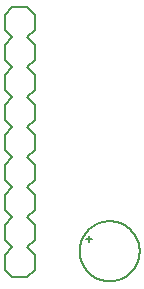
<source format=gbl>
G75*
%MOIN*%
%OFA0B0*%
%FSLAX25Y25*%
%IPPOS*%
%LPD*%
%AMOC8*
5,1,8,0,0,1.08239X$1,22.5*
%
%ADD10C,0.00800*%
%ADD11C,0.00600*%
D10*
X0004076Y0002550D02*
X0001576Y0005050D01*
X0001576Y0010050D01*
X0004076Y0012550D01*
X0001576Y0015050D01*
X0001576Y0020050D01*
X0004076Y0022550D01*
X0001576Y0025050D01*
X0001576Y0030050D01*
X0004076Y0032550D01*
X0001576Y0035050D01*
X0001576Y0040050D01*
X0004076Y0042550D01*
X0001576Y0045050D01*
X0001576Y0050050D01*
X0004076Y0052550D01*
X0001576Y0055050D01*
X0001576Y0060050D01*
X0004076Y0062550D01*
X0001576Y0065050D01*
X0001576Y0070050D01*
X0004076Y0072550D01*
X0001576Y0075050D01*
X0001576Y0080050D01*
X0004076Y0082550D01*
X0001576Y0085050D01*
X0001576Y0090050D01*
X0004076Y0092550D01*
X0009076Y0092550D01*
X0011576Y0090050D01*
X0011576Y0085050D01*
X0009076Y0082550D01*
X0011576Y0080050D01*
X0011576Y0075050D01*
X0009076Y0072550D01*
X0011576Y0070050D01*
X0011576Y0065050D01*
X0009076Y0062550D01*
X0011576Y0060050D01*
X0011576Y0055050D01*
X0009076Y0052550D01*
X0011576Y0050050D01*
X0011576Y0045050D01*
X0009076Y0042550D01*
X0011576Y0040050D01*
X0011576Y0035050D01*
X0009076Y0032550D01*
X0011576Y0030050D01*
X0011576Y0025050D01*
X0009076Y0022550D01*
X0011576Y0020050D01*
X0011576Y0015050D01*
X0009076Y0012550D01*
X0011576Y0010050D01*
X0011576Y0005050D01*
X0009076Y0002550D01*
X0004076Y0002550D01*
D11*
X0028576Y0015300D02*
X0030576Y0015300D01*
X0029576Y0016300D02*
X0029576Y0014300D01*
X0026576Y0011300D02*
X0026579Y0011545D01*
X0026588Y0011791D01*
X0026603Y0012036D01*
X0026624Y0012280D01*
X0026651Y0012524D01*
X0026684Y0012767D01*
X0026723Y0013010D01*
X0026768Y0013251D01*
X0026819Y0013491D01*
X0026876Y0013730D01*
X0026938Y0013967D01*
X0027007Y0014203D01*
X0027081Y0014437D01*
X0027161Y0014669D01*
X0027246Y0014899D01*
X0027337Y0015127D01*
X0027434Y0015352D01*
X0027536Y0015576D01*
X0027644Y0015796D01*
X0027757Y0016014D01*
X0027875Y0016229D01*
X0027999Y0016441D01*
X0028127Y0016650D01*
X0028261Y0016856D01*
X0028400Y0017058D01*
X0028544Y0017257D01*
X0028693Y0017452D01*
X0028846Y0017644D01*
X0029004Y0017832D01*
X0029166Y0018016D01*
X0029334Y0018195D01*
X0029505Y0018371D01*
X0029681Y0018542D01*
X0029860Y0018710D01*
X0030044Y0018872D01*
X0030232Y0019030D01*
X0030424Y0019183D01*
X0030619Y0019332D01*
X0030818Y0019476D01*
X0031020Y0019615D01*
X0031226Y0019749D01*
X0031435Y0019877D01*
X0031647Y0020001D01*
X0031862Y0020119D01*
X0032080Y0020232D01*
X0032300Y0020340D01*
X0032524Y0020442D01*
X0032749Y0020539D01*
X0032977Y0020630D01*
X0033207Y0020715D01*
X0033439Y0020795D01*
X0033673Y0020869D01*
X0033909Y0020938D01*
X0034146Y0021000D01*
X0034385Y0021057D01*
X0034625Y0021108D01*
X0034866Y0021153D01*
X0035109Y0021192D01*
X0035352Y0021225D01*
X0035596Y0021252D01*
X0035840Y0021273D01*
X0036085Y0021288D01*
X0036331Y0021297D01*
X0036576Y0021300D01*
X0036821Y0021297D01*
X0037067Y0021288D01*
X0037312Y0021273D01*
X0037556Y0021252D01*
X0037800Y0021225D01*
X0038043Y0021192D01*
X0038286Y0021153D01*
X0038527Y0021108D01*
X0038767Y0021057D01*
X0039006Y0021000D01*
X0039243Y0020938D01*
X0039479Y0020869D01*
X0039713Y0020795D01*
X0039945Y0020715D01*
X0040175Y0020630D01*
X0040403Y0020539D01*
X0040628Y0020442D01*
X0040852Y0020340D01*
X0041072Y0020232D01*
X0041290Y0020119D01*
X0041505Y0020001D01*
X0041717Y0019877D01*
X0041926Y0019749D01*
X0042132Y0019615D01*
X0042334Y0019476D01*
X0042533Y0019332D01*
X0042728Y0019183D01*
X0042920Y0019030D01*
X0043108Y0018872D01*
X0043292Y0018710D01*
X0043471Y0018542D01*
X0043647Y0018371D01*
X0043818Y0018195D01*
X0043986Y0018016D01*
X0044148Y0017832D01*
X0044306Y0017644D01*
X0044459Y0017452D01*
X0044608Y0017257D01*
X0044752Y0017058D01*
X0044891Y0016856D01*
X0045025Y0016650D01*
X0045153Y0016441D01*
X0045277Y0016229D01*
X0045395Y0016014D01*
X0045508Y0015796D01*
X0045616Y0015576D01*
X0045718Y0015352D01*
X0045815Y0015127D01*
X0045906Y0014899D01*
X0045991Y0014669D01*
X0046071Y0014437D01*
X0046145Y0014203D01*
X0046214Y0013967D01*
X0046276Y0013730D01*
X0046333Y0013491D01*
X0046384Y0013251D01*
X0046429Y0013010D01*
X0046468Y0012767D01*
X0046501Y0012524D01*
X0046528Y0012280D01*
X0046549Y0012036D01*
X0046564Y0011791D01*
X0046573Y0011545D01*
X0046576Y0011300D01*
X0046573Y0011055D01*
X0046564Y0010809D01*
X0046549Y0010564D01*
X0046528Y0010320D01*
X0046501Y0010076D01*
X0046468Y0009833D01*
X0046429Y0009590D01*
X0046384Y0009349D01*
X0046333Y0009109D01*
X0046276Y0008870D01*
X0046214Y0008633D01*
X0046145Y0008397D01*
X0046071Y0008163D01*
X0045991Y0007931D01*
X0045906Y0007701D01*
X0045815Y0007473D01*
X0045718Y0007248D01*
X0045616Y0007024D01*
X0045508Y0006804D01*
X0045395Y0006586D01*
X0045277Y0006371D01*
X0045153Y0006159D01*
X0045025Y0005950D01*
X0044891Y0005744D01*
X0044752Y0005542D01*
X0044608Y0005343D01*
X0044459Y0005148D01*
X0044306Y0004956D01*
X0044148Y0004768D01*
X0043986Y0004584D01*
X0043818Y0004405D01*
X0043647Y0004229D01*
X0043471Y0004058D01*
X0043292Y0003890D01*
X0043108Y0003728D01*
X0042920Y0003570D01*
X0042728Y0003417D01*
X0042533Y0003268D01*
X0042334Y0003124D01*
X0042132Y0002985D01*
X0041926Y0002851D01*
X0041717Y0002723D01*
X0041505Y0002599D01*
X0041290Y0002481D01*
X0041072Y0002368D01*
X0040852Y0002260D01*
X0040628Y0002158D01*
X0040403Y0002061D01*
X0040175Y0001970D01*
X0039945Y0001885D01*
X0039713Y0001805D01*
X0039479Y0001731D01*
X0039243Y0001662D01*
X0039006Y0001600D01*
X0038767Y0001543D01*
X0038527Y0001492D01*
X0038286Y0001447D01*
X0038043Y0001408D01*
X0037800Y0001375D01*
X0037556Y0001348D01*
X0037312Y0001327D01*
X0037067Y0001312D01*
X0036821Y0001303D01*
X0036576Y0001300D01*
X0036331Y0001303D01*
X0036085Y0001312D01*
X0035840Y0001327D01*
X0035596Y0001348D01*
X0035352Y0001375D01*
X0035109Y0001408D01*
X0034866Y0001447D01*
X0034625Y0001492D01*
X0034385Y0001543D01*
X0034146Y0001600D01*
X0033909Y0001662D01*
X0033673Y0001731D01*
X0033439Y0001805D01*
X0033207Y0001885D01*
X0032977Y0001970D01*
X0032749Y0002061D01*
X0032524Y0002158D01*
X0032300Y0002260D01*
X0032080Y0002368D01*
X0031862Y0002481D01*
X0031647Y0002599D01*
X0031435Y0002723D01*
X0031226Y0002851D01*
X0031020Y0002985D01*
X0030818Y0003124D01*
X0030619Y0003268D01*
X0030424Y0003417D01*
X0030232Y0003570D01*
X0030044Y0003728D01*
X0029860Y0003890D01*
X0029681Y0004058D01*
X0029505Y0004229D01*
X0029334Y0004405D01*
X0029166Y0004584D01*
X0029004Y0004768D01*
X0028846Y0004956D01*
X0028693Y0005148D01*
X0028544Y0005343D01*
X0028400Y0005542D01*
X0028261Y0005744D01*
X0028127Y0005950D01*
X0027999Y0006159D01*
X0027875Y0006371D01*
X0027757Y0006586D01*
X0027644Y0006804D01*
X0027536Y0007024D01*
X0027434Y0007248D01*
X0027337Y0007473D01*
X0027246Y0007701D01*
X0027161Y0007931D01*
X0027081Y0008163D01*
X0027007Y0008397D01*
X0026938Y0008633D01*
X0026876Y0008870D01*
X0026819Y0009109D01*
X0026768Y0009349D01*
X0026723Y0009590D01*
X0026684Y0009833D01*
X0026651Y0010076D01*
X0026624Y0010320D01*
X0026603Y0010564D01*
X0026588Y0010809D01*
X0026579Y0011055D01*
X0026576Y0011300D01*
M02*

</source>
